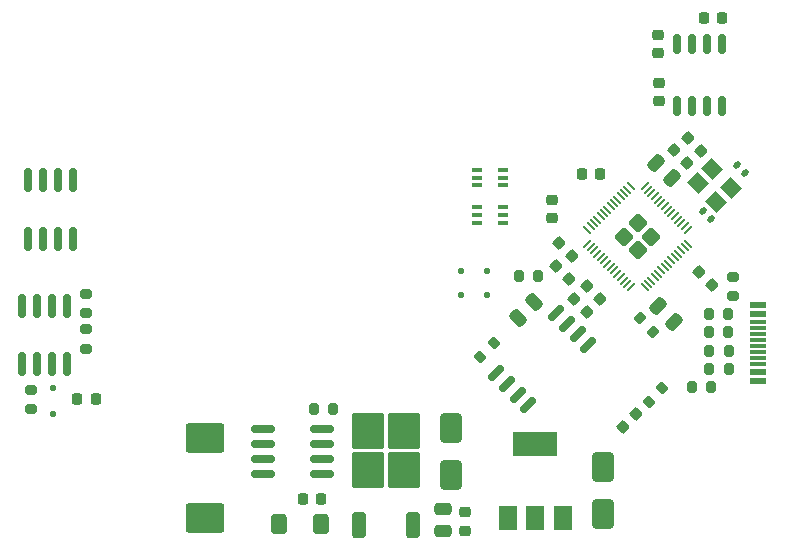
<source format=gbr>
%TF.GenerationSoftware,KiCad,Pcbnew,8.99.0-unknown-1.20240323gita6e2746.fc38*%
%TF.CreationDate,2024-04-05T19:16:21-03:00*%
%TF.ProjectId,Wideband_v3,57696465-6261-46e6-945f-76332e6b6963,rev?*%
%TF.SameCoordinates,Original*%
%TF.FileFunction,Paste,Top*%
%TF.FilePolarity,Positive*%
%FSLAX46Y46*%
G04 Gerber Fmt 4.6, Leading zero omitted, Abs format (unit mm)*
G04 Created by KiCad (PCBNEW 8.99.0-unknown-1.20240323gita6e2746.fc38) date 2024-04-05 19:16:21*
%MOMM*%
%LPD*%
G01*
G04 APERTURE LIST*
G04 Aperture macros list*
%AMRoundRect*
0 Rectangle with rounded corners*
0 $1 Rounding radius*
0 $2 $3 $4 $5 $6 $7 $8 $9 X,Y pos of 4 corners*
0 Add a 4 corners polygon primitive as box body*
4,1,4,$2,$3,$4,$5,$6,$7,$8,$9,$2,$3,0*
0 Add four circle primitives for the rounded corners*
1,1,$1+$1,$2,$3*
1,1,$1+$1,$4,$5*
1,1,$1+$1,$6,$7*
1,1,$1+$1,$8,$9*
0 Add four rect primitives between the rounded corners*
20,1,$1+$1,$2,$3,$4,$5,0*
20,1,$1+$1,$4,$5,$6,$7,0*
20,1,$1+$1,$6,$7,$8,$9,0*
20,1,$1+$1,$8,$9,$2,$3,0*%
%AMRotRect*
0 Rectangle, with rotation*
0 The origin of the aperture is its center*
0 $1 length*
0 $2 width*
0 $3 Rotation angle, in degrees counterclockwise*
0 Add horizontal line*
21,1,$1,$2,0,0,$3*%
G04 Aperture macros list end*
%ADD10RoundRect,0.250000X-1.400000X-1.000000X1.400000X-1.000000X1.400000X1.000000X-1.400000X1.000000X0*%
%ADD11RoundRect,0.150000X-0.353553X-0.565685X0.565685X0.353553X0.353553X0.565685X-0.565685X-0.353553X0*%
%ADD12R,1.500000X2.000000*%
%ADD13R,3.800000X2.000000*%
%ADD14RoundRect,0.200000X0.200000X0.275000X-0.200000X0.275000X-0.200000X-0.275000X0.200000X-0.275000X0*%
%ADD15RoundRect,0.225000X0.250000X-0.225000X0.250000X0.225000X-0.250000X0.225000X-0.250000X-0.225000X0*%
%ADD16RoundRect,0.225000X0.335876X0.017678X0.017678X0.335876X-0.335876X-0.017678X-0.017678X-0.335876X0*%
%ADD17RoundRect,0.250000X-0.512652X-0.159099X-0.159099X-0.512652X0.512652X0.159099X0.159099X0.512652X0*%
%ADD18RoundRect,0.250000X0.400000X0.600000X-0.400000X0.600000X-0.400000X-0.600000X0.400000X-0.600000X0*%
%ADD19RoundRect,0.225000X-0.335876X-0.017678X-0.017678X-0.335876X0.335876X0.017678X0.017678X0.335876X0*%
%ADD20RoundRect,0.250000X-0.650000X1.000000X-0.650000X-1.000000X0.650000X-1.000000X0.650000X1.000000X0*%
%ADD21RoundRect,0.200000X-0.200000X-0.275000X0.200000X-0.275000X0.200000X0.275000X-0.200000X0.275000X0*%
%ADD22RotRect,1.400000X1.200000X315.000000*%
%ADD23R,0.900000X0.400000*%
%ADD24RoundRect,0.250000X0.159099X-0.512652X0.512652X-0.159099X-0.159099X0.512652X-0.512652X0.159099X0*%
%ADD25RoundRect,0.225000X-0.225000X-0.250000X0.225000X-0.250000X0.225000X0.250000X-0.225000X0.250000X0*%
%ADD26RoundRect,0.125000X0.125000X0.125000X-0.125000X0.125000X-0.125000X-0.125000X0.125000X-0.125000X0*%
%ADD27RoundRect,0.225000X0.225000X0.250000X-0.225000X0.250000X-0.225000X-0.250000X0.225000X-0.250000X0*%
%ADD28RoundRect,0.200000X-0.053033X0.335876X-0.335876X0.053033X0.053033X-0.335876X0.335876X-0.053033X0*%
%ADD29RoundRect,0.200000X-0.335876X-0.053033X-0.053033X-0.335876X0.335876X0.053033X0.053033X0.335876X0*%
%ADD30RoundRect,0.140000X-0.219203X-0.021213X-0.021213X-0.219203X0.219203X0.021213X0.021213X0.219203X0*%
%ADD31RoundRect,0.200000X0.275000X-0.200000X0.275000X0.200000X-0.275000X0.200000X-0.275000X-0.200000X0*%
%ADD32R,1.450000X0.600000*%
%ADD33R,1.450000X0.300000*%
%ADD34RoundRect,0.140000X0.219203X0.021213X0.021213X0.219203X-0.219203X-0.021213X-0.021213X-0.219203X0*%
%ADD35RoundRect,0.200000X-0.275000X0.200000X-0.275000X-0.200000X0.275000X-0.200000X0.275000X0.200000X0*%
%ADD36RoundRect,0.225000X-0.250000X0.225000X-0.250000X-0.225000X0.250000X-0.225000X0.250000X0.225000X0*%
%ADD37RoundRect,0.150000X0.825000X0.150000X-0.825000X0.150000X-0.825000X-0.150000X0.825000X-0.150000X0*%
%ADD38RoundRect,0.150000X0.150000X-0.675000X0.150000X0.675000X-0.150000X0.675000X-0.150000X-0.675000X0*%
%ADD39RoundRect,0.249999X0.558616X0.000000X0.000000X0.558616X-0.558616X0.000000X0.000000X-0.558616X0*%
%ADD40RoundRect,0.050000X0.309359X-0.238649X-0.238649X0.309359X-0.309359X0.238649X0.238649X-0.309359X0*%
%ADD41RoundRect,0.050000X0.309359X0.238649X0.238649X0.309359X-0.309359X-0.238649X-0.238649X-0.309359X0*%
%ADD42RoundRect,0.150000X-0.150000X0.825000X-0.150000X-0.825000X0.150000X-0.825000X0.150000X0.825000X0*%
%ADD43RoundRect,0.125000X-0.125000X-0.125000X0.125000X-0.125000X0.125000X0.125000X-0.125000X0.125000X0*%
%ADD44RoundRect,0.125000X0.125000X-0.125000X0.125000X0.125000X-0.125000X0.125000X-0.125000X-0.125000X0*%
%ADD45RoundRect,0.250000X0.350000X-0.850000X0.350000X0.850000X-0.350000X0.850000X-0.350000X-0.850000X0*%
%ADD46RoundRect,0.250000X1.125000X-1.275000X1.125000X1.275000X-1.125000X1.275000X-1.125000X-1.275000X0*%
%ADD47RoundRect,0.250000X0.512652X0.159099X0.159099X0.512652X-0.512652X-0.159099X-0.159099X-0.512652X0*%
%ADD48RoundRect,0.250000X0.475000X-0.250000X0.475000X0.250000X-0.475000X0.250000X-0.475000X-0.250000X0*%
%ADD49RoundRect,0.225000X0.017678X-0.335876X0.335876X-0.017678X-0.017678X0.335876X-0.335876X0.017678X0*%
G04 APERTURE END LIST*
D10*
%TO.C,D10*%
X102717600Y-103127600D03*
X102717600Y-109927600D03*
%TD*%
D11*
%TO.C,U2*%
X127404777Y-97699146D03*
X128302803Y-98597172D03*
X129200828Y-99495197D03*
X130098854Y-100393223D03*
X135190023Y-95302054D03*
X134291997Y-94404028D03*
X133393972Y-93506003D03*
X132495946Y-92607977D03*
%TD*%
D12*
%TO.C,U8*%
X128408400Y-109982400D03*
X130708400Y-109982399D03*
D13*
X130708400Y-103682401D03*
D12*
X133008400Y-109982400D03*
%TD*%
D14*
%TO.C,R12*%
X147047400Y-92675600D03*
X145397400Y-92675600D03*
%TD*%
D15*
%TO.C,C1*%
X141122400Y-70574200D03*
X141122400Y-69024200D03*
%TD*%
D14*
%TO.C,R10*%
X145597400Y-98825600D03*
X143947400Y-98825600D03*
%TD*%
D16*
%TO.C,C18*%
X144695408Y-78873608D03*
X143599392Y-77777592D03*
%TD*%
D17*
%TO.C,C10*%
X140950649Y-79853849D03*
X142294151Y-81197351D03*
%TD*%
D18*
%TO.C,D11*%
X112538351Y-110444273D03*
X109038351Y-110444273D03*
%TD*%
D19*
%TO.C,C19*%
X135124392Y-90277592D03*
X136220408Y-91373608D03*
%TD*%
D20*
%TO.C,D1*%
X136398000Y-105645199D03*
X136398000Y-109645201D03*
%TD*%
D21*
%TO.C,R20*%
X111951000Y-100736400D03*
X113601000Y-100736400D03*
%TD*%
D22*
%TO.C,Y1*%
X144485155Y-81612061D03*
X146040790Y-83167696D03*
X147242871Y-81965615D03*
X145687236Y-80409980D03*
%TD*%
D23*
%TO.C,U5*%
X125798400Y-80477600D03*
X125798400Y-81127600D03*
X125798400Y-81777600D03*
X127998400Y-81777600D03*
X127998400Y-81127600D03*
X127998400Y-80477600D03*
%TD*%
D24*
%TO.C,C24*%
X129225649Y-92997351D03*
X130569151Y-91653849D03*
%TD*%
D14*
%TO.C,R11*%
X147097400Y-97325600D03*
X145447400Y-97325600D03*
%TD*%
D25*
%TO.C,C23*%
X134647400Y-80825600D03*
X136197400Y-80825600D03*
%TD*%
D19*
%TO.C,C14*%
X144587592Y-89113992D03*
X145683608Y-90210008D03*
%TD*%
D26*
%TO.C,D5*%
X126626799Y-91084400D03*
X124426801Y-91084400D03*
%TD*%
D15*
%TO.C,C29*%
X124764800Y-111011000D03*
X124764800Y-109461000D03*
%TD*%
D19*
%TO.C,C17*%
X132497192Y-88605992D03*
X133593208Y-89702008D03*
%TD*%
D27*
%TO.C,C7*%
X93485000Y-99898200D03*
X91935000Y-99898200D03*
%TD*%
D19*
%TO.C,C11*%
X133999392Y-91402592D03*
X135095408Y-92498608D03*
%TD*%
D28*
%TO.C,R6*%
X127176963Y-95123837D03*
X126010237Y-96290563D03*
%TD*%
D29*
%TO.C,R5*%
X139539037Y-93042237D03*
X140705763Y-94208963D03*
%TD*%
D30*
%TO.C,C15*%
X147767989Y-80051589D03*
X148446811Y-80730411D03*
%TD*%
D27*
%TO.C,C28*%
X112585800Y-108356400D03*
X111035800Y-108356400D03*
%TD*%
D23*
%TO.C,U6*%
X125798400Y-83627200D03*
X125798400Y-84277200D03*
X125798400Y-84927200D03*
X127998400Y-84927200D03*
X127998400Y-84277200D03*
X127998400Y-83627200D03*
%TD*%
D15*
%TO.C,C13*%
X132130800Y-84544200D03*
X132130800Y-82994200D03*
%TD*%
D31*
%TO.C,R13*%
X147472400Y-91150600D03*
X147472400Y-89500600D03*
%TD*%
D32*
%TO.C,J2*%
X149577400Y-98375600D03*
X149577400Y-97575601D03*
D33*
X149577401Y-96375600D03*
X149577400Y-95375600D03*
X149577400Y-94875600D03*
X149577401Y-93875600D03*
D32*
X149577400Y-92675599D03*
X149577400Y-91875600D03*
X149577400Y-91875600D03*
X149577400Y-92675599D03*
D33*
X149577400Y-93375600D03*
X149577400Y-94375600D03*
X149577400Y-95875600D03*
X149577400Y-96875600D03*
D32*
X149577400Y-97575601D03*
X149577400Y-98375600D03*
%TD*%
D34*
%TO.C,C16*%
X145611811Y-84665011D03*
X144932989Y-83986189D03*
%TD*%
D31*
%TO.C,R8*%
X92672400Y-92600600D03*
X92672400Y-90950600D03*
%TD*%
D14*
%TO.C,R4*%
X147052800Y-94208600D03*
X145402800Y-94208600D03*
%TD*%
D35*
%TO.C,R18*%
X88036400Y-99073200D03*
X88036400Y-100723200D03*
%TD*%
D36*
%TO.C,C2*%
X141147400Y-73125600D03*
X141147400Y-74675600D03*
%TD*%
D37*
%TO.C,Q6*%
X112609400Y-106248200D03*
X112609400Y-104978200D03*
X112609400Y-103708200D03*
X112609400Y-102438200D03*
X107659400Y-102438200D03*
X107659400Y-103708200D03*
X107659400Y-104978200D03*
X107659400Y-106248200D03*
%TD*%
D38*
%TO.C,U4*%
X142742400Y-75100600D03*
X144012400Y-75100600D03*
X145282400Y-75100600D03*
X146552400Y-75100600D03*
X146552400Y-69850600D03*
X145282400Y-69850600D03*
X144012400Y-69850600D03*
X142742400Y-69850600D03*
%TD*%
D39*
%TO.C,U1*%
X139369800Y-87262771D03*
X140501171Y-86131400D03*
X138238429Y-86131400D03*
X139369800Y-85000029D03*
D40*
X139962002Y-90400557D03*
X140244845Y-90117714D03*
X140527687Y-89834872D03*
X140810530Y-89552029D03*
X141093373Y-89269186D03*
X141376215Y-88986344D03*
X141659058Y-88703501D03*
X141941901Y-88420658D03*
X142224744Y-88137815D03*
X142507586Y-87854973D03*
X142790429Y-87572130D03*
X143073272Y-87289287D03*
X143356114Y-87006445D03*
X143638957Y-86723602D03*
D41*
X143638957Y-85539198D03*
X143356114Y-85256355D03*
X143073272Y-84973513D03*
X142790429Y-84690670D03*
X142507586Y-84407827D03*
X142224744Y-84124985D03*
X141941901Y-83842142D03*
X141659058Y-83559299D03*
X141376215Y-83276456D03*
X141093373Y-82993614D03*
X140810530Y-82710771D03*
X140527687Y-82427928D03*
X140244845Y-82145086D03*
X139962002Y-81862243D03*
D40*
X138777598Y-81862243D03*
X138494755Y-82145086D03*
X138211913Y-82427928D03*
X137929070Y-82710771D03*
X137646227Y-82993614D03*
X137363385Y-83276456D03*
X137080542Y-83559299D03*
X136797699Y-83842142D03*
X136514856Y-84124985D03*
X136232014Y-84407827D03*
X135949171Y-84690670D03*
X135666328Y-84973513D03*
X135383486Y-85256355D03*
X135100643Y-85539198D03*
D41*
X135100643Y-86723602D03*
X135383486Y-87006445D03*
X135666328Y-87289287D03*
X135949171Y-87572130D03*
X136232014Y-87854973D03*
X136514856Y-88137815D03*
X136797699Y-88420658D03*
X137080542Y-88703501D03*
X137363385Y-88986344D03*
X137646227Y-89269186D03*
X137929070Y-89552029D03*
X138211913Y-89834872D03*
X138494755Y-90117714D03*
X138777598Y-90400557D03*
%TD*%
D27*
%TO.C,C12*%
X146520200Y-67614800D03*
X144970200Y-67614800D03*
%TD*%
D42*
%TO.C,U10*%
X91077400Y-91962200D03*
X89807400Y-91962200D03*
X88537400Y-91962200D03*
X87267400Y-91962200D03*
X87267400Y-96912200D03*
X88537400Y-96912200D03*
X89807400Y-96912200D03*
X91077400Y-96912200D03*
%TD*%
D31*
%TO.C,R7*%
X92672400Y-95600600D03*
X92672400Y-93950600D03*
%TD*%
D43*
%TO.C,D6*%
X124452200Y-89027000D03*
X126652200Y-89027000D03*
%TD*%
D21*
%TO.C,R3*%
X145428200Y-95808800D03*
X147078200Y-95808800D03*
%TD*%
D44*
%TO.C,D7*%
X89890600Y-101125199D03*
X89890600Y-98925201D03*
%TD*%
D20*
%TO.C,D2*%
X123529690Y-102298989D03*
X123529690Y-106298991D03*
%TD*%
D16*
%TO.C,C21*%
X133821808Y-87746208D03*
X132725792Y-86650192D03*
%TD*%
D42*
%TO.C,U9*%
X91592400Y-81345000D03*
X90322400Y-81345000D03*
X89052400Y-81345000D03*
X87782400Y-81345000D03*
X87782400Y-86295000D03*
X89052400Y-86295000D03*
X90322400Y-86295000D03*
X91592400Y-86295000D03*
%TD*%
D45*
%TO.C,U11*%
X115779200Y-110524399D03*
D46*
X116534200Y-105899399D03*
X119584200Y-105899399D03*
X116534200Y-102549399D03*
X119584200Y-102549399D03*
D45*
X120339200Y-110524399D03*
%TD*%
D16*
%TO.C,C22*%
X143545408Y-79898608D03*
X142449392Y-78802592D03*
%TD*%
D28*
%TO.C,R19*%
X141468976Y-98932999D03*
X140302250Y-100099725D03*
%TD*%
D47*
%TO.C,C9*%
X142444151Y-93372351D03*
X141100649Y-92028849D03*
%TD*%
D48*
%TO.C,C30*%
X122895400Y-111084399D03*
X122895400Y-109184401D03*
%TD*%
D49*
%TO.C,C20*%
X138102405Y-102223370D03*
X139198421Y-101127354D03*
%TD*%
D21*
%TO.C,R9*%
X129297400Y-89475600D03*
X130947400Y-89475600D03*
%TD*%
M02*

</source>
